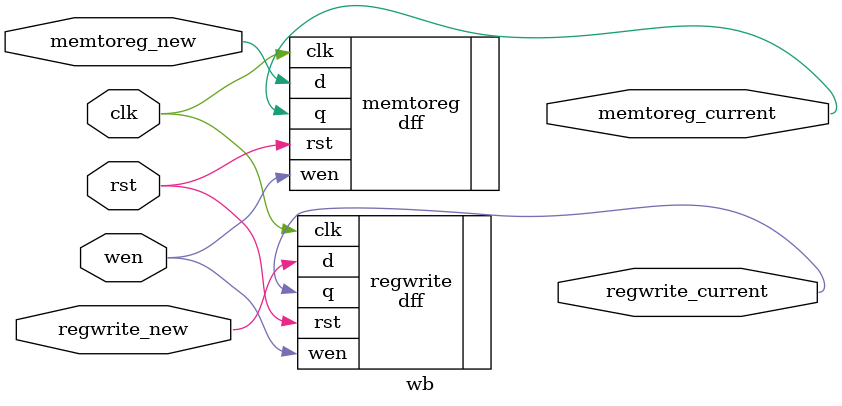
<source format=v>
module wb(
	input regwrite_new,
	input memtoreg_new,
	input wen,
	input clk,
	input rst,
	output regwrite_current,
	output memtoreg_current
);

dff regwrite(
	.d(regwrite_new), 
	.q(regwrite_current), 
	.wen(wen), 
	.clk(clk), 
	.rst(rst)
);

dff memtoreg(
	.d(memtoreg_new), 
	.q(memtoreg_current), 
	.wen(wen), 
	.clk(clk), 
	.rst(rst)
);

endmodule

</source>
